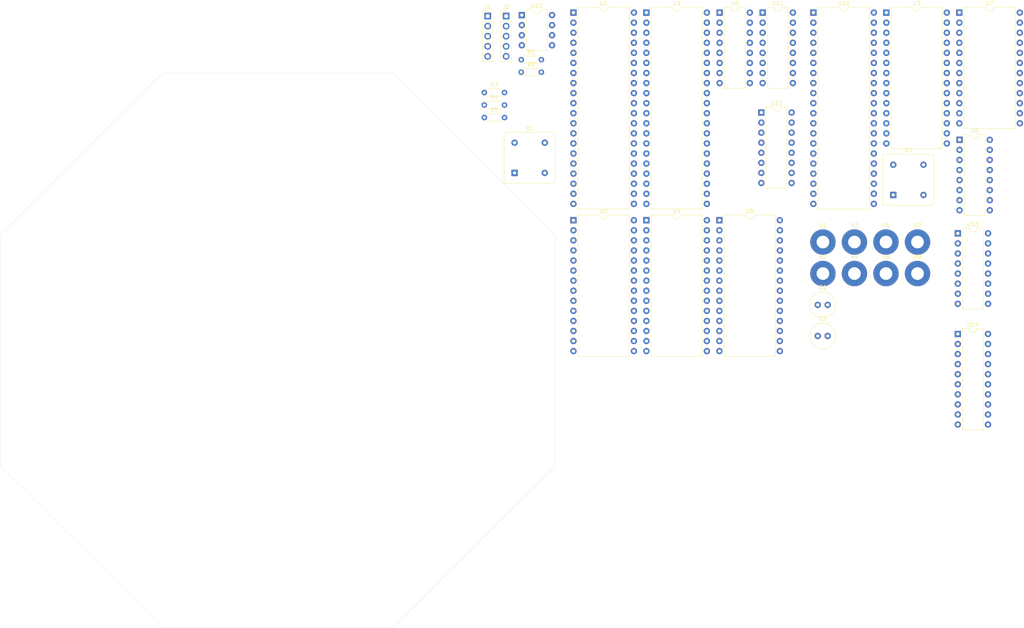
<source format=kicad_pcb>
(kicad_pcb (version 20240108) (generator "pcbnew") (generator_version "8.0")
  (title_block (title "Octuplex 8-bit microcomputer") (date "2024-10-17") (company "John Honniball"))
  (layers (0 "F.Cu" signal) (31 "B.Cu" signal) (34 "B.Paste" user) (35 "F.Paste" user) (36 "B.SilkS" user "B.Silkscreen") (37 "F.SilkS" user "F.Silkscreen") (38 "B.Mask" user) (39 "F.Mask" user) (44 "Edge.Cuts" user))
  (net 0 "")
  (net 1 "GND")
  (net 3 "Net-(J1-Pad4)")
  (net 6 "Net-(U1-~{HALT})")
  (net 7 "Net-(U1-~{DMA{slash}BREQ})")
  (net 8 "/~{RESET}")
  (net 9 "/R{slash}~{W}")
  (net 11 "VCC")
  (net 12 "/~{IRQ}")
  (net 14 "/E")
  (net 21 "/~{FIRQ}")
  (net 23 "Net-(U1-EXTAL)")
  (net 25 "/~{NMI}")
  (net 28 "Net-(U1-MRDY)")
  (net 29 "/Microprocessor/~{TIMERCS}")
  (net 30 "/Microprocessor/~{ROMCS}")
  (net 33 "/~{RD}")
  (net 34 "/~{WR}")
  (net 35 "/Microprocessor/~{IOSEL}")
  (net 78 "Net-(U12-C1)")
  (net 103 "/d1")
  (net 104 "/a3")
  (net 105 "/a7")
  (net 106 "/a13")
  (net 107 "/d4")
  (net 108 "/a11")
  (net 109 "/d6")
  (net 110 "/d3")
  (net 111 "/a15")
  (net 113 "/a2")
  (net 114 "/a8")
  (net 115 "/a12")
  (net 116 "/a9")
  (net 117 "/a14")
  (net 118 "/a6")
  (net 119 "/d5")
  (net 120 "/d0")
  (net 121 "/a0")
  (net 122 "/a5")
  (net 123 "/Microprocessor/~{IRQ}")
  (net 124 "/d2")
  (net 126 "/d7")
  (net 127 "/a4")
  (net 128 "/Microprocessor/~{NMI}")
  (net 129 "/a1")
  (net 130 "/a10")
  (net 134 "Net-(U14-SDA)")
  (net 144 "/GPIO/~{I2CCS}")
  (net 148 "Net-(U14-SCL)")
  (net 158 "Net-(U12-A1)")
  (net 159 "Net-(U12-VO1)")
  (net 160 "/Microprocessor/FIRQ")
  (net 162 "/GPIO/~{MIDICS}")
  (net 163 "/GPIO/~{VIACS}")
  (footprint "Resistor_THT:R_Axial_DIN0204_L3.6mm_D1.6mm_P5.08mm_Horizontal" (layer "F.Cu") (at 148.59 39.42)
    (property "Reference" "R3" (at 2.54 -1.92 0) (layer "F.SilkS"))
    (property "Value" "R")
    (pad "1" thru_hole circle (at 0 0) (size 1.4 1.4) (drill 0.7) (layers "*.Cu" "*.Mask") (net 11 "VCC"))
    (pad "2" thru_hole oval (at 5.08 0) (size 1.4 1.4) (drill 0.7) (layers "*.Cu" "*.Mask") (net 128 "/Microprocessor/~{NMI}"))
  )
  (footprint "Package_DIP:DIP-40_W15.24mm" (layer "F.Cu") (at 171.06 19.24)
    (property "Reference" "U1" (at 7.62 -2.33 0) (layer "F.SilkS"))
    (property "Value" "MC68B09")
    (pad "1" thru_hole rect (at 0 0) (size 1.6 1.6) (drill 0.8) (layers "*.Cu" "*.Mask") (net 1 "GND"))
    (pad "2" thru_hole oval (at 0 2.54) (size 1.6 1.6) (drill 0.8) (layers "*.Cu" "*.Mask") (net 25 "/~{NMI}"))
    (pad "3" thru_hole oval (at 0 5.08) (size 1.6 1.6) (drill 0.8) (layers "*.Cu" "*.Mask") (net 12 "/~{IRQ}"))
    (pad "4" thru_hole oval (at 0 7.62) (size 1.6 1.6) (drill 0.8) (layers "*.Cu" "*.Mask") (net 21 "/~{FIRQ}"))
    (pad "5" thru_hole oval (at 0 10.16) (size 1.6 1.6) (drill 0.8) (layers "*.Cu" "*.Mask"))
    (pad "6" thru_hole oval (at 0 12.7) (size 1.6 1.6) (drill 0.8) (layers "*.Cu" "*.Mask"))
    (pad "7" thru_hole oval (at 0 15.24) (size 1.6 1.6) (drill 0.8) (layers "*.Cu" "*.Mask") (net 11 "VCC"))
    (pad "8" thru_hole oval (at 0 17.78) (size 1.6 1.6) (drill 0.8) (layers "*.Cu" "*.Mask") (net 121 "/a0"))
    (pad "9" thru_hole oval (at 0 20.32) (size 1.6 1.6) (drill 0.8) (layers "*.Cu" "*.Mask") (net 129 "/a1"))
    (pad "10" thru_hole oval (at 0 22.86) (size 1.6 1.6) (drill 0.8) (layers "*.Cu" "*.Mask") (net 113 "/a2"))
    (pad "11" thru_hole oval (at 0 25.4) (size 1.6 1.6) (drill 0.8) (layers "*.Cu" "*.Mask") (net 104 "/a3"))
    (pad "12" thru_hole oval (at 0 27.94) (size 1.6 1.6) (drill 0.8) (layers "*.Cu" "*.Mask") (net 127 "/a4"))
    (pad "13" thru_hole oval (at 0 30.48) (size 1.6 1.6) (drill 0.8) (layers "*.Cu" "*.Mask") (net 122 "/a5"))
    (pad "14" thru_hole oval (at 0 33.02) (size 1.6 1.6) (drill 0.8) (layers "*.Cu" "*.Mask") (net 118 "/a6"))
    (pad "15" thru_hole oval (at 0 35.56) (size 1.6 1.6) (drill 0.8) (layers "*.Cu" "*.Mask") (net 105 "/a7"))
    (pad "16" thru_hole oval (at 0 38.1) (size 1.6 1.6) (drill 0.8) (layers "*.Cu" "*.Mask") (net 114 "/a8"))
    (pad "17" thru_hole oval (at 0 40.64) (size 1.6 1.6) (drill 0.8) (layers "*.Cu" "*.Mask") (net 116 "/a9"))
    (pad "18" thru_hole oval (at 0 43.18) (size 1.6 1.6) (drill 0.8) (layers "*.Cu" "*.Mask") (net 130 "/a10"))
    (pad "19" thru_hole oval (at 0 45.72) (size 1.6 1.6) (drill 0.8) (layers "*.Cu" "*.Mask") (net 108 "/a11"))
    (pad "20" thru_hole oval (at 0 48.26) (size 1.6 1.6) (drill 0.8) (layers "*.Cu" "*.Mask") (net 115 "/a12"))
    (pad "21" thru_hole oval (at 15.24 48.26) (size 1.6 1.6) (drill 0.8) (layers "*.Cu" "*.Mask") (net 106 "/a13"))
    (pad "22" thru_hole oval (at 15.24 45.72) (size 1.6 1.6) (drill 0.8) (layers "*.Cu" "*.Mask") (net 117 "/a14"))
    (pad "23" thru_hole oval (at 15.24 43.18) (size 1.6 1.6) (drill 0.8) (layers "*.Cu" "*.Mask") (net 111 "/a15"))
    (pad "24" thru_hole oval (at 15.24 40.64) (size 1.6 1.6) (drill 0.8) (layers "*.Cu" "*.Mask") (net 126 "/d7"))
    (pad "25" thru_hole oval (at 15.24 38.1) (size 1.6 1.6) (drill 0.8) (layers "*.Cu" "*.Mask") (net 109 "/d6"))
    (pad "26" thru_hole oval (at 15.24 35.56) (size 1.6 1.6) (drill 0.8) (layers "*.Cu" "*.Mask") (net 119 "/d5"))
    (pad "27" thru_hole oval (at 15.24 33.02) (size 1.6 1.6) (drill 0.8) (layers "*.Cu" "*.Mask") (net 107 "/d4"))
    (pad "28" thru_hole oval (at 15.24 30.48) (size 1.6 1.6) (drill 0.8) (layers "*.Cu" "*.Mask") (net 110 "/d3"))
    (pad "29" thru_hole oval (at 15.24 27.94) (size 1.6 1.6) (drill 0.8) (layers "*.Cu" "*.Mask") (net 124 "/d2"))
    (pad "30" thru_hole oval (at 15.24 25.4) (size 1.6 1.6) (drill 0.8) (layers "*.Cu" "*.Mask") (net 103 "/d1"))
    (pad "31" thru_hole oval (at 15.24 22.86) (size 1.6 1.6) (drill 0.8) (layers "*.Cu" "*.Mask") (net 120 "/d0"))
    (pad "32" thru_hole oval (at 15.24 20.32) (size 1.6 1.6) (drill 0.8) (layers "*.Cu" "*.Mask") (net 9 "/R{slash}~{W}"))
    (pad "33" thru_hole oval (at 15.24 17.78) (size 1.6 1.6) (drill 0.8) (layers "*.Cu" "*.Mask") (net 7 "Net-(U1-~{DMA{slash}BREQ})"))
    (pad "34" thru_hole oval (at 15.24 15.24) (size 1.6 1.6) (drill 0.8) (layers "*.Cu" "*.Mask") (net 14 "/E"))
    (pad "35" thru_hole oval (at 15.24 12.7) (size 1.6 1.6) (drill 0.8) (layers "*.Cu" "*.Mask"))
    (pad "36" thru_hole oval (at 15.24 10.16) (size 1.6 1.6) (drill 0.8) (layers "*.Cu" "*.Mask") (net 28 "Net-(U1-MRDY)"))
    (pad "37" thru_hole oval (at 15.24 7.62) (size 1.6 1.6) (drill 0.8) (layers "*.Cu" "*.Mask") (net 8 "/~{RESET}"))
    (pad "38" thru_hole oval (at 15.24 5.08) (size 1.6 1.6) (drill 0.8) (layers "*.Cu" "*.Mask") (net 23 "Net-(U1-EXTAL)"))
    (pad "39" thru_hole oval (at 15.24 2.54) (size 1.6 1.6) (drill 0.8) (layers "*.Cu" "*.Mask"))
    (pad "40" thru_hole oval (at 15.24 0) (size 1.6 1.6) (drill 0.8) (layers "*.Cu" "*.Mask") (net 6 "Net-(U1-~{HALT})"))
  )
  (footprint "Package_DIP:DIP-40_W15.24mm" (layer "F.Cu") (at 231.56 19.24)
    (property "Reference" "U10" (at 7.62 -2.33 0) (layer "F.SilkS"))
    (property "Value" "R6522")
    (pad "1" thru_hole rect (at 0 0) (size 1.6 1.6) (drill 0.8) (layers "*.Cu" "*.Mask") (net 1 "GND"))
    (pad "2" thru_hole oval (at 0 2.54) (size 1.6 1.6) (drill 0.8) (layers "*.Cu" "*.Mask"))
    (pad "3" thru_hole oval (at 0 5.08) (size 1.6 1.6) (drill 0.8) (layers "*.Cu" "*.Mask"))
    (pad "4" thru_hole oval (at 0 7.62) (size 1.6 1.6) (drill 0.8) (layers "*.Cu" "*.Mask"))
    (pad "5" thru_hole oval (at 0 10.16) (size 1.6 1.6) (drill 0.8) (layers "*.Cu" "*.Mask"))
    (pad "6" thru_hole oval (at 0 12.7) (size 1.6 1.6) (drill 0.8) (layers "*.Cu" "*.Mask"))
    (pad "7" thru_hole oval (at 0 15.24) (size 1.6 1.6) (drill 0.8) (layers "*.Cu" "*.Mask"))
    (pad "8" thru_hole oval (at 0 17.78) (size 1.6 1.6) (drill 0.8) (layers "*.Cu" "*.Mask"))
    (pad "9" thru_hole oval (at 0 20.32) (size 1.6 1.6) (drill 0.8) (layers "*.Cu" "*.Mask"))
    (pad "10" thru_hole oval (at 0 22.86) (size 1.6 1.6) (drill 0.8) (layers "*.Cu" "*.Mask"))
    (pad "11" thru_hole oval (at 0 25.4) (size 1.6 1.6) (drill 0.8) (layers "*.Cu" "*.Mask"))
    (pad "12" thru_hole oval (at 0 27.94) (size 1.6 1.6) (drill 0.8) (layers "*.Cu" "*.Mask"))
    (pad "13" thru_hole oval (at 0 30.48) (size 1.6 1.6) (drill 0.8) (layers "*.Cu" "*.Mask"))
    (pad "14" thru_hole oval (at 0 33.02) (size 1.6 1.6) (drill 0.8) (layers "*.Cu" "*.Mask"))
    (pad "15" thru_hole oval (at 0 35.56) (size 1.6 1.6) (drill 0.8) (layers "*.Cu" "*.Mask"))
    (pad "16" thru_hole oval (at 0 38.1) (size 1.6 1.6) (drill 0.8) (layers "*.Cu" "*.Mask"))
    (pad "17" thru_hole oval (at 0 40.64) (size 1.6 1.6) (drill 0.8) (layers "*.Cu" "*.Mask"))
    (pad "18" thru_hole oval (at 0 43.18) (size 1.6 1.6) (drill 0.8) (layers "*.Cu" "*.Mask"))
    (pad "19" thru_hole oval (at 0 45.72) (size 1.6 1.6) (drill 0.8) (layers "*.Cu" "*.Mask"))
    (pad "20" thru_hole oval (at 0 48.26) (size 1.6 1.6) (drill 0.8) (layers "*.Cu" "*.Mask") (net 11 "VCC"))
    (pad "21" thru_hole oval (at 15.24 48.26) (size 1.6 1.6) (drill 0.8) (layers "*.Cu" "*.Mask") (net 12 "/~{IRQ}"))
    (pad "22" thru_hole oval (at 15.24 45.72) (size 1.6 1.6) (drill 0.8) (layers "*.Cu" "*.Mask") (net 9 "/R{slash}~{W}"))
    (pad "23" thru_hole oval (at 15.24 43.18) (size 1.6 1.6) (drill 0.8) (layers "*.Cu" "*.Mask") (net 163 "/GPIO/~{VIACS}"))
    (pad "24" thru_hole oval (at 15.24 40.64) (size 1.6 1.6) (drill 0.8) (layers "*.Cu" "*.Mask") (net 11 "VCC"))
    (pad "25" thru_hole oval (at 15.24 38.1) (size 1.6 1.6) (drill 0.8) (layers "*.Cu" "*.Mask") (net 14 "/E"))
    (pad "26" thru_hole oval (at 15.24 35.56) (size 1.6 1.6) (drill 0.8) (layers "*.Cu" "*.Mask") (net 126 "/d7"))
    (pad "27" thru_hole oval (at 15.24 33.02) (size 1.6 1.6) (drill 0.8) (layers "*.Cu" "*.Mask") (net 109 "/d6"))
    (pad "28" thru_hole oval (at 15.24 30.48) (size 1.6 1.6) (drill 0.8) (layers "*.Cu" "*.Mask") (net 119 "/d5"))
    (pad "29" thru_hole oval (at 15.24 27.94) (size 1.6 1.6) (drill 0.8) (layers "*.Cu" "*.Mask") (net 107 "/d4"))
    (pad "30" thru_hole oval (at 15.24 25.4) (size 1.6 1.6) (drill 0.8) (layers "*.Cu" "*.Mask") (net 110 "/d3"))
    (pad "31" thru_hole oval (at 15.24 22.86) (size 1.6 1.6) (drill 0.8) (layers "*.Cu" "*.Mask") (net 124 "/d2"))
    (pad "32" thru_hole oval (at 15.24 20.32) (size 1.6 1.6) (drill 0.8) (layers "*.Cu" "*.Mask") (net 103 "/d1"))
    (pad "33" thru_hole oval (at 15.24 17.78) (size 1.6 1.6) (drill 0.8) (layers "*.Cu" "*.Mask") (net 120 "/d0"))
    (pad "34" thru_hole oval (at 15.24 15.24) (size 1.6 1.6) (drill 0.8) (layers "*.Cu" "*.Mask") (net 8 "/~{RESET}"))
    (pad "35" thru_hole oval (at 15.24 12.7) (size 1.6 1.6) (drill 0.8) (layers "*.Cu" "*.Mask") (net 104 "/a3"))
    (pad "36" thru_hole oval (at 15.24 10.16) (size 1.6 1.6) (drill 0.8) (layers "*.Cu" "*.Mask") (net 113 "/a2"))
    (pad "37" thru_hole oval (at 15.24 7.62) (size 1.6 1.6) (drill 0.8) (layers "*.Cu" "*.Mask") (net 129 "/a1"))
    (pad "38" thru_hole oval (at 15.24 5.08) (size 1.6 1.6) (drill 0.8) (layers "*.Cu" "*.Mask") (net 121 "/a0"))
    (pad "39" thru_hole oval (at 15.24 2.54) (size 1.6 1.6) (drill 0.8) (layers "*.Cu" "*.Mask"))
    (pad "40" thru_hole oval (at 15.24 0) (size 1.6 1.6) (drill 0.8) (layers "*.Cu" "*.Mask"))
  )
  (footprint "Resistor_THT:R_Axial_DIN0204_L3.6mm_D1.6mm_P5.08mm_Horizontal" (layer "F.Cu") (at 148.59 42.57)
    (property "Reference" "R4" (at 2.54 -1.92 0) (layer "F.SilkS"))
    (property "Value" "R")
    (pad "1" thru_hole circle (at 0 0) (size 1.4 1.4) (drill 0.7) (layers "*.Cu" "*.Mask") (net 11 "VCC"))
    (pad "2" thru_hole oval (at 5.08 0) (size 1.4 1.4) (drill 0.7) (layers "*.Cu" "*.Mask") (net 123 "/Microprocessor/~{IRQ}"))
  )
  (footprint "Package_DIP:DIP-16_W7.62mm" (layer "F.Cu") (at 207.91 19.24)
    (property "Reference" "U6" (at 3.81 -2.33 0) (layer "F.SilkS"))
    (property "Value" "74LS139")
    (pad "1" thru_hole rect (at 0 0) (size 1.6 1.6) (drill 0.8) (layers "*.Cu" "*.Mask") (net 1 "GND"))
    (pad "2" thru_hole oval (at 0 2.54) (size 1.6 1.6) (drill 0.8) (layers "*.Cu" "*.Mask") (net 9 "/R{slash}~{W}"))
    (pad "3" thru_hole oval (at 0 5.08) (size 1.6 1.6) (drill 0.8) (layers "*.Cu" "*.Mask") (net 14 "/E"))
    (pad "4" thru_hole oval (at 0 7.62) (size 1.6 1.6) (drill 0.8) (layers "*.Cu" "*.Mask"))
    (pad "5" thru_hole oval (at 0 10.16) (size 1.6 1.6) (drill 0.8) (layers "*.Cu" "*.Mask"))
    (pad "6" thru_hole oval (at 0 12.7) (size 1.6 1.6) (drill 0.8) (layers "*.Cu" "*.Mask") (net 34 "/~{WR}"))
    (pad "7" thru_hole oval (at 0 15.24) (size 1.6 1.6) (drill 0.8) (layers "*.Cu" "*.Mask") (net 33 "/~{RD}"))
    (pad "8" thru_hole oval (at 0 17.78) (size 1.6 1.6) (drill 0.8) (layers "*.Cu" "*.Mask") (net 1 "GND"))
    (pad "9" thru_hole oval (at 7.62 17.78) (size 1.6 1.6) (drill 0.8) (layers "*.Cu" "*.Mask") (net 30 "/Microprocessor/~{ROMCS}"))
    (pad "10" thru_hole oval (at 7.62 15.24) (size 1.6 1.6) (drill 0.8) (layers "*.Cu" "*.Mask") (net 35 "/Microprocessor/~{IOSEL}"))
    (pad "11" thru_hole oval (at 7.62 12.7) (size 1.6 1.6) (drill 0.8) (layers "*.Cu" "*.Mask"))
    (pad "12" thru_hole oval (at 7.62 10.16) (size 1.6 1.6) (drill 0.8) (layers "*.Cu" "*.Mask"))
    (pad "13" thru_hole oval (at 7.62 7.62) (size 1.6 1.6) (drill 0.8) (layers "*.Cu" "*.Mask") (net 111 "/a15"))
    (pad "14" thru_hole oval (at 7.62 5.08) (size 1.6 1.6) (drill 0.8) (layers "*.Cu" "*.Mask") (net 117 "/a14"))
    (pad "15" thru_hole oval (at 7.62 2.54) (size 1.6 1.6) (drill 0.8) (layers "*.Cu" "*.Mask") (net 1 "GND"))
    (pad "16" thru_hole oval (at 7.62 0) (size 1.6 1.6) (drill 0.8) (layers "*.Cu" "*.Mask") (net 11 "VCC"))
  )
  (footprint "Package_DIP:DIP-8_W7.62mm" (layer "F.Cu") (at 158.04 19.87)
    (property "Reference" "U12" (at 3.81 -2.33 0) (layer "F.SilkS"))
    (property "Value" "HCPL-2631")
    (pad "1" thru_hole rect (at 0 0) (size 1.6 1.6) (drill 0.8) (layers "*.Cu" "*.Mask") (net 158 "Net-(U12-A1)"))
    (pad "2" thru_hole oval (at 0 2.54) (size 1.6 1.6) (drill 0.8) (layers "*.Cu" "*.Mask") (net 78 "Net-(U12-C1)"))
    (pad "3" thru_hole oval (at 0 5.08) (size 1.6 1.6) (drill 0.8) (layers "*.Cu" "*.Mask"))
    (pad "4" thru_hole oval (at 0 7.62) (size 1.6 1.6) (drill 0.8) (layers "*.Cu" "*.Mask"))
    (pad "5" thru_hole oval (at 7.62 7.62) (size 1.6 1.6) (drill 0.8) (layers "*.Cu" "*.Mask") (net 1 "GND"))
    (pad "6" thru_hole oval (at 7.62 5.08) (size 1.6 1.6) (drill 0.8) (layers "*.Cu" "*.Mask"))
    (pad "7" thru_hole oval (at 7.62 2.54) (size 1.6 1.6) (drill 0.8) (layers "*.Cu" "*.Mask") (net 159 "Net-(U12-VO1)"))
    (pad "8" thru_hole oval (at 7.62 0) (size 1.6 1.6) (drill 0.8) (layers "*.Cu" "*.Mask") (net 11 "VCC"))
  )
  (footprint "Package_DIP:DIP-28_W15.24mm" (layer "F.Cu") (at 189.46 71.64)
    (property "Reference" "U4" (at 7.62 -2.33 0) (layer "F.SilkS"))
    (property "Value" "27128")
    (pad "1" thru_hole rect (at 0 0) (size 1.6 1.6) (drill 0.8) (layers "*.Cu" "*.Mask"))
    (pad "2" thru_hole oval (at 0 2.54) (size 1.6 1.6) (drill 0.8) (layers "*.Cu" "*.Mask") (net 115 "/a12"))
    (pad "3" thru_hole oval (at 0 5.08) (size 1.6 1.6) (drill 0.8) (layers "*.Cu" "*.Mask") (net 105 "/a7"))
    (pad "4" thru_hole oval (at 0 7.62) (size 1.6 1.6) (drill 0.8) (layers "*.Cu" "*.Mask") (net 118 "/a6"))
    (pad "5" thru_hole oval (at 0 10.16) (size 1.6 1.6) (drill 0.8) (layers "*.Cu" "*.Mask") (net 122 "/a5"))
    (pad "6" thru_hole oval (at 0 12.7) (size 1.6 1.6) (drill 0.8) (layers "*.Cu" "*.Mask") (net 127 "/a4"))
    (pad "7" thru_hole oval (at 0 15.24) (size 1.6 1.6) (drill 0.8) (layers "*.Cu" "*.Mask") (net 104 "/a3"))
    (pad "8" thru_hole oval (at 0 17.78) (size 1.6 1.6) (drill 0.8) (layers "*.Cu" "*.Mask") (net 113 "/a2"))
    (pad "9" thru_hole oval (at 0 20.32) (size 1.6 1.6) (drill 0.8) (layers "*.Cu" "*.Mask") (net 129 "/a1"))
    (pad "10" thru_hole oval (at 0 22.86) (size 1.6 1.6) (drill 0.8) (layers "*.Cu" "*.Mask") (net 121 "/a0"))
    (pad "11" thru_hole oval (at 0 25.4) (size 1.6 1.6) (drill 0.8) (layers "*.Cu" "*.Mask") (net 120 "/d0"))
    (pad "12" thru_hole oval (at 0 27.94) (size 1.6 1.6) (drill 0.8) (layers "*.Cu" "*.Mask") (net 103 "/d1"))
    (pad "13" thru_hole oval (at 0 30.48) (size 1.6 1.6) (drill 0.8) (layers "*.Cu" "*.Mask") (net 124 "/d2"))
    (pad "14" thru_hole oval (at 0 33.02) (size 1.6 1.6) (drill 0.8) (layers "*.Cu" "*.Mask") (net 1 "GND"))
    (pad "15" thru_hole oval (at 15.24 33.02) (size 1.6 1.6) (drill 0.8) (layers "*.Cu" "*.Mask") (net 110 "/d3"))
    (pad "16" thru_hole oval (at 15.24 30.48) (size 1.6 1.6) (drill 0.8) (layers "*.Cu" "*.Mask") (net 107 "/d4"))
    (pad "17" thru_hole oval (at 15.24 27.94) (size 1.6 1.6) (drill 0.8) (layers "*.Cu" "*.Mask") (net 119 "/d5"))
    (pad "18" thru_hole oval (at 15.24 25.4) (size 1.6 1.6) (drill 0.8) (layers "*.Cu" "*.Mask") (net 109 "/d6"))
    (pad "19" thru_hole oval (at 15.24 22.86) (size 1.6 1.6) (drill 0.8) (layers "*.Cu" "*.Mask") (net 126 "/d7"))
    (pad "20" thru_hole oval (at 15.24 20.32) (size 1.6 1.6) (drill 0.8) (layers "*.Cu" "*.Mask") (net 30 "/Microprocessor/~{ROMCS}"))
    (pad "21" thru_hole oval (at 15.24 17.78) (size 1.6 1.6) (drill 0.8) (layers "*.Cu" "*.Mask") (net 130 "/a10"))
    (pad "22" thru_hole oval (at 15.24 15.24) (size 1.6 1.6) (drill 0.8) (layers "*.Cu" "*.Mask") (net 33 "/~{RD}"))
    (pad "23" thru_hole oval (at 15.24 12.7) (size 1.6 1.6) (drill 0.8) (layers "*.Cu" "*.Mask") (net 108 "/a11"))
    (pad "24" thru_hole oval (at 15.24 10.16) (size 1.6 1.6) (drill 0.8) (layers "*.Cu" "*.Mask") (net 116 "/a9"))
    (pad "25" thru_hole oval (at 15.24 7.62) (size 1.6 1.6) (drill 0.8) (layers "*.Cu" "*.Mask") (net 114 "/a8"))
    (pad "26" thru_hole oval (at 15.24 5.08) (size 1.6 1.6) (drill 0.8) (layers "*.Cu" "*.Mask") (net 106 "/a13"))
    (pad "27" thru_hole oval (at 15.24 2.54) (size 1.6 1.6) (drill 0.8) (layers "*.Cu" "*.Mask"))
    (pad "28" thru_hole oval (at 15.24 0) (size 1.6 1.6) (drill 0.8) (layers "*.Cu" "*.Mask") (net 11 "VCC"))
  )
  (footprint "MountingHole:MountingHole_3.2mm_M3_Pad" (layer "F.Cu") (at 233.96 85.09)
    (property "Reference" "H2" (at 0 -4.2 0) (layer "F.SilkS"))
    (property "Value" "MountingHole_Pad")
    (pad "1" thru_hole circle (at 0 0) (size 6.4 6.4) (drill 3.2) (layers "*.Cu" "*.Mask") (net 1 "GND"))
  )
  (footprint "MountingHole:MountingHole_3.2mm_M3_Pad" (layer "F.Cu") (at 233.96 77.14)
    (property "Reference" "H1" (at 0 -4.2 0) (layer "F.SilkS"))
    (property "Value" "MountingHole_Pad")
    (pad "1" thru_hole circle (at 0 0) (size 6.4 6.4) (drill 3.2) (layers "*.Cu" "*.Mask") (net 1 "GND"))
  )
  (footprint "MountingHole:MountingHole_3.2mm_M3_Pad" (layer "F.Cu") (at 257.81 77.14)
    (property "Reference" "H7" (at 0 -4.2 0) (layer "F.SilkS"))
    (property "Value" "MountingHole_Pad")
    (pad "1" thru_hole circle (at 0 0) (size 6.4 6.4) (drill 3.2) (layers "*.Cu" "*.Mask") (net 1 "GND"))
  )
  (footprint "Resistor_THT:R_Axial_DIN0204_L3.6mm_D1.6mm_P5.08mm_Horizontal" (layer "F.Cu") (at 157.89 34.27)
    (property "Reference" "R2" (at 2.54 -1.92 0) (layer "F.SilkS"))
    (property "Value" "280")
    (pad "1" thru_hole circle (at 0 0) (size 1.4 1.4) (drill 0.7) (layers "*.Cu" "*.Mask") (net 11 "VCC"))
    (pad "2" thru_hole oval (at 5.08 0) (size 1.4 1.4) (drill 0.7) (layers "*.Cu" "*.Mask") (net 159 "Net-(U12-VO1)"))
  )
  (footprint "MountingHole:MountingHole_3.2mm_M3_Pad" (layer "F.Cu") (at 249.86 77.14)
    (property "Reference" "H5" (at 0 -4.2 0) (layer "F.SilkS"))
    (property "Value" "MountingHole_Pad")
    (pad "1" thru_hole circle (at 0 0) (size 6.4 6.4) (drill 3.2) (layers "*.Cu" "*.Mask") (net 1 "GND"))
  )
  (footprint "Connector_PinHeader_2.54mm:PinHeader_1x05_P2.54mm_Vertical" (layer "F.Cu") (at 149.44 20.12)
    (property "Reference" "J1" (at 0 -2.33 0) (layer "F.SilkS"))
    (property "Value" "DIN-5_180degree")
    (pad "1" thru_hole rect (at 0 0) (size 1.7 1.7) (drill 1) (layers "*.Cu" "*.Mask"))
    (pad "2" thru_hole oval (at 0 2.54) (size 1.7 1.7) (drill 1) (layers "*.Cu" "*.Mask") (net 1 "GND"))
    (pad "3" thru_hole oval (at 0 5.08) (size 1.7 1.7) (drill 1) (layers "*.Cu" "*.Mask"))
    (pad "4" thru_hole oval (at 0 7.62) (size 1.7 1.7) (drill 1) (layers "*.Cu" "*.Mask") (net 3 "Net-(J1-Pad4)"))
    (pad "5" thru_hole oval (at 0 10.16) (size 1.7 1.7) (drill 1) (layers "*.Cu" "*.Mask") (net 78 "Net-(U12-C1)"))
  )
  (footprint "Connector_PinHeader_2.54mm:PinHeader_1x05_P2.54mm_Vertical" (layer "F.Cu") (at 154.09 20.12)
    (property "Reference" "J2" (at 0 -2.33 0) (layer "F.SilkS"))
    (property "Value" "DIN-5_180degree")
    (pad "1" thru_hole rect (at 0 0) (size 1.7 1.7) (drill 1) (layers "*.Cu" "*.Mask"))
    (pad "2" thru_hole oval (at 0 2.54) (size 1.7 1.7) (drill 1) (layers "*.Cu" "*.Mask"))
    (pad "3" thru_hole oval (at 0 5.08) (size 1.7 1.7) (drill 1) (layers "*.Cu" "*.Mask"))
    (pad "4" thru_hole oval (at 0 7.62) (size 1.7 1.7) (drill 1) (layers "*.Cu" "*.Mask"))
    (pad "5" thru_hole oval (at 0 10.16) (size 1.7 1.7) (drill 1) (layers "*.Cu" "*.Mask"))
  )
  (footprint "Package_DIP:DIP-16_W7.62mm" (layer "F.Cu") (at 218.76 19.24)
    (property "Reference" "U11" (at 3.81 -2.33 0) (layer "F.SilkS"))
    (property "Value" "74LS138")
    (pad "1" thru_hole rect (at 0 0) (size 1.6 1.6) (drill 0.8) (layers "*.Cu" "*.Mask") (net 9 "/R{slash}~{W}"))
    (pad "2" thru_hole oval (at 0 2.54) (size 1.6 1.6) (drill 0.8) (layers "*.Cu" "*.Mask") (net 108 "/a11"))
    (pad "3" thru_hole oval (at 0 5.08) (size 1.6 1.6) (drill 0.8) (layers "*.Cu" "*.Mask") (net 115 "/a12"))
    (pad "4" thru_hole oval (at 0 7.62) (size 1.6 1.6) (drill 0.8) (layers "*.Cu" "*.Mask") (net 35 "/Microprocessor/~{IOSEL}"))
    (pad "5" thru_hole oval (at 0 10.16) (size 1.6 1.6) (drill 0.8) (layers "*.Cu" "*.Mask") (net 106 "/a13"))
    (pad "6" thru_hole oval (at 0 12.7) (size 1.6 1.6) (drill 0.8) (layers "*.Cu" "*.Mask") (net 14 "/E"))
    (pad "7" thru_hole oval (at 0 15.24) (size 1.6 1.6) (drill 0.8) (layers "*.Cu" "*.Mask"))
    (pad "8" thru_hole oval (at 0 17.78) (size 1.6 1.6) (drill 0.8) (layers "*.Cu" "*.Mask") (net 1 "GND"))
    (pad "9" thru_hole oval (at 7.62 17.78) (size 1.6 1.6) (drill 0.8) (layers "*.Cu" "*.Mask"))
    (pad "10" thru_hole oval (at 7.62 15.24) (size 1.6 1.6) (drill 0.8) (layers "*.Cu" "*.Mask"))
    (pad "11" thru_hole oval (at 7.62 12.7) (size 1.6 1.6) (drill 0.8) (layers "*.Cu" "*.Mask"))
    (pad "12" thru_hole oval (at 7.62 10.16) (size 1.6 1.6) (drill 0.8) (layers "*.Cu" "*.Mask"))
    (pad "13" thru_hole oval (at 7.62 7.62) (size 1.6 1.6) (drill 0.8) (layers "*.Cu" "*.Mask"))
    (pad "14" thru_hole oval (at 7.62 5.08) (size 1.6 1.6) (drill 0.8) (layers "*.Cu" "*.Mask"))
    (pad "15" thru_hole oval (at 7.62 2.54) (size 1.6 1.6) (drill 0.8) (layers "*.Cu" "*.Mask"))
    (pad "16" thru_hole oval (at 7.62 0) (size 1.6 1.6) (drill 0.8) (layers "*.Cu" "*.Mask") (net 11 "VCC"))
  )
  (footprint "Package_DIP:DIP-24_W15.24mm" (layer "F.Cu") (at 268.36 19.24)
    (property "Reference" "U7" (at 7.62 -2.33 0) (layer "F.SilkS"))
    (property "Value" "MC68B50")
    (pad "1" thru_hole rect (at 0 0) (size 1.6 1.6) (drill 0.8) (layers "*.Cu" "*.Mask") (net 1 "GND"))
    (pad "2" thru_hole oval (at 0 2.54) (size 1.6 1.6) (drill 0.8) (layers "*.Cu" "*.Mask") (net 159 "Net-(U12-VO1)"))
    (pad "3" thru_hole oval (at 0 5.08) (size 1.6 1.6) (drill 0.8) (layers "*.Cu" "*.Mask"))
    (pad "4" thru_hole oval (at 0 7.62) (size 1.6 1.6) (drill 0.8) (layers "*.Cu" "*.Mask"))
    (pad "5" thru_hole oval (at 0 10.16) (size 1.6 1.6) (drill 0.8) (layers "*.Cu" "*.Mask"))
    (pad "6" thru_hole oval (at 0 12.7) (size 1.6 1.6) (drill 0.8) (layers "*.Cu" "*.Mask"))
    (pad "7" thru_hole oval (at 0 15.24) (size 1.6 1.6) (drill 0.8) (layers "*.Cu" "*.Mask") (net 12 "/~{IRQ}"))
    (pad "8" thru_hole oval (at 0 17.78) (size 1.6 1.6) (drill 0.8) (layers "*.Cu" "*.Mask") (net 11 "VCC"))
    (pad "9" thru_hole oval (at 0 20.32) (size 1.6 1.6) (drill 0.8) (layers "*.Cu" "*.Mask") (net 162 "/GPIO/~{MIDICS}"))
    (pad "10" thru_hole oval (at 0 22.86) (size 1.6 1.6) (drill 0.8) (layers "*.Cu" "*.Mask") (net 11 "VCC"))
    (pad "11" thru_hole oval (at 0 25.4) (size 1.6 1.6) (drill 0.8) (layers "*.Cu" "*.Mask") (net 121 "/a0"))
    (pad "12" thru_hole oval (at 0 27.94) (size 1.6 1.6) (drill 0.8) (layers "*.Cu" "*.Mask") (net 11 "VCC"))
    (pad "13" thru_hole oval (at 15.24 27.94) (size 1.6 1.6) (drill 0.8) (layers "*.Cu" "*.Mask") (net 9 "/R{slash}~{W}"))
    (pad "14" thru_hole oval (at 15.24 25.4) (size 1.6 1.6) (drill 0.8) (layers "*.Cu" "*.Mask") (net 14 "/E"))
    (pad "15" thru_hole oval (at 15.24 22.86) (size 1.6 1.6) (drill 0.8) (layers "*.Cu" "*.Mask") (net 126 "/d7"))
    (pad "16" thru_hole oval (at 15.24 20.32) (size 1.6 1.6) (drill 0.8) (layers "*.Cu" "*.Mask") (net 109 "/d6"))
    (pad "17" thru_hole oval (at 15.24 17.78) (size 1.6 1.6) (drill 0.8) (layers "*.Cu" "*.Mask") (net 119 "/d5"))
    (pad "18" thru_hole oval (at 15.24 15.24) (size 1.6 1.6) (drill 0.8) (layers "*.Cu" "*.Mask") (net 107 "/d4"))
    (pad "19" thru_hole oval (at 15.24 12.7) (size 1.6 1.6) (drill 0.8) (layers "*.Cu" "*.Mask") (net 110 "/d3"))
    (pad "20" thru_hole oval (at 15.24 10.16) (size 1.6 1.6) (drill 0.8) (layers "*.Cu" "*.Mask") (net 124 "/d2"))
    (pad "21" thru_hole oval (at 15.24 7.62) (size 1.6 1.6) (drill 0.8) (layers "*.Cu" "*.Mask") (net 103 "/d1"))
    (pad "22" thru_hole oval (at 15.24 5.08) (size 1.6 1.6) (drill 0.8) (layers "*.Cu" "*.Mask") (net 120 "/d0"))
    (pad "23" thru_hole oval (at 15.24 2.54) (size 1.6 1.6) (drill 0.8) (layers "*.Cu" "*.Mask"))
    (pad "24" thru_hole oval (at 15.24 0) (size 1.6 1.6) (drill 0.8) (layers "*.Cu" "*.Mask"))
  )
  (footprint "Package_DIP:DIP-28_W15.24mm" (layer "F.Cu") (at 249.96 19.24)
    (property "Reference" "U3" (at 7.62 -2.33 0) (layer "F.SilkS"))
    (property "Value" "MXS6551")
    (pad "1" thru_hole rect (at 0 0) (size 1.6 1.6) (drill 0.8) (layers "*.Cu" "*.Mask") (net 1 "GND"))
    (pad "2" thru_hole oval (at 0 2.54) (size 1.6 1.6) (drill 0.8) (layers "*.Cu" "*.Mask"))
    (pad "3" thru_hole oval (at 0 5.08) (size 1.6 1.6) (drill 0.8) (layers "*.Cu" "*.Mask"))
    (pad "4" thru_hole oval (at 0 7.62) (size 1.6 1.6) (drill 0.8) (layers "*.Cu" "*.Mask") (net 8 "/~{RESET}"))
    (pad "5" thru_hole oval (at 0 10.16) (size 1.6 1.6) (drill 0.8) (layers "*.Cu" "*.Mask"))
    (pad "6" thru_hole oval (at 0 12.7) (size 1.6 1.6) (drill 0.8) (layers "*.Cu" "*.Mask"))
    (pad "7" thru_hole oval (at 0 15.24) (size 1.6 1.6) (drill 0.8) (layers "*.Cu" "*.Mask"))
    (pad "8" thru_hole oval (at 0 17.78) (size 1.6 1.6) (drill 0.8) (layers "*.Cu" "*.Mask"))
    (pad "9" thru_hole oval (at 0 20.32) (size 1.6 1.6) (drill 0.8) (layers "*.Cu" "*.Mask"))
    (pad "10" thru_hole oval (at 0 22.86) (size 1.6 1.6) (drill 0.8) (layers "*.Cu" "*.Mask"))
    (pad "11" thru_hole oval (at 0 25.4) (size 1.6 1.6) (drill 0.8) (layers "*.Cu" "*.Mask"))
    (pad "12" thru_hole oval (at 0 27.94) (size 1.6 1.6) (drill 0.8) (layers "*.Cu" "*.Mask"))
    (pad "13" thru_hole oval (at 0 30.48) (size 1.6 1.6) (drill 0.8) (layers "*.Cu" "*.Mask") (net 121 "/a0"))
    (pad "14" thru_hole oval (at 0 33.02) (size 1.6 1.6) (drill 0.8) (layers "*.Cu" "*.Mask") (net 129 "/a1"))
    (pad "15" thru_hole oval (at 15.24 33.02) (size 1.6 1.6) (drill 0.8) (layers "*.Cu" "*.Mask") (net 11 "VCC"))
    (pad "16" thru_hole oval (at 15.24 30.48) (size 1.6 1.6) (drill 0.8) (layers "*.Cu" "*.Mask"))
    (pad "17" thru_hole oval (at 15.24 27.94) (size 1.6 1.6) (drill 0.8) (layers "*.Cu" "*.Mask"))
    (pad "18" thru_hole oval (at 15.24 25.4) (size 1.6 1.6) (drill 0.8) (layers "*.Cu" "*.Mask") (net 120 "/d0"))
    (pad "19" thru_hole oval (at 15.24 22.86) (size 1.6 1.6) (drill 0.8) (layers "*.Cu" "*.Mask") (net 103 "/d1"))
    (pad "20" thru_hole oval (at 15.24 20.32) (size 1.6 1.6) (drill 0.8) (layers "*.Cu" "*.Mask") (net 124 "/d2"))
    (pad "21" thru_hole oval (at 15.24 17.78) (size 1.6 1.6) (drill 0.8) (layers "*.Cu" "*.Mask") (net 110 "/d3"))
    (pad "22" thru_hole oval (at 15.24 15.24) (size 1.6 1.6) (drill 0.8) (layers "*.Cu" "*.Mask") (net 107 "/d4"))
    (pad "23" thru_hole oval (at 15.24 12.7) (size 1.6 1.6) (drill 0.8) (layers "*.Cu" "*.Mask") (net 119 "/d5"))
    (pad "24" thru_hole oval (at 15.24 10.16) (size 1.6 1.6) (drill 0.8) (layers "*.Cu" "*.Mask") (net 109 "/d6"))
    (pad "25" thru_hole oval (at 15.24 7.62) (size 1.6 1.6) (drill 0.8) (layers "*.Cu" "*.Mask") (net 126 "/d7"))
    (pad "26" thru_hole oval (at 15.24 5.08) (size 1.6 1.6) (drill 0.8) (layers "*.Cu" "*.Mask") (net 12 "/~{IRQ}"))
    (pad "27" thru_hole oval (at 15.24 2.54) (size 1.6 1.6) (drill 0.8) (layers "*.Cu" "*.Mask") (net 14 "/E"))
    (pad "28" thru_hole oval (at 15.24 0) (size 1.6 1.6) (drill 0.8) (layers "*.Cu" "*.Mask") (net 9 "/R{slash}~{W}"))
  )
  (footprint "Package_DIP:DIP-28_W15.24mm" (layer "F.Cu") (at 207.86 71.64)
    (property "Reference" "U5" (at 7.62 -2.33 0) (layer "F.SilkS"))
    (property "Value" "HM62256BLP")
    (pad "1" thru_hole rect (at 0 0) (size 1.6 1.6) (drill 0.8) (layers "*.Cu" "*.Mask") (net 117 "/a14"))
    (pad "2" thru_hole oval (at 0 2.54) (size 1.6 1.6) (drill 0.8) (layers "*.Cu" "*.Mask") (net 115 "/a12"))
    (pad "3" thru_hole oval (at 0 5.08) (size 1.6 1.6) (drill 0.8) (layers "*.Cu" "*.Mask") (net 105 "/a7"))
    (pad "4" thru_hole oval (at 0 7.62) (size 1.6 1.6) (drill 0.8) (layers "*.Cu" "*.Mask") (net 118 "/a6"))
    (pad "5" thru_hole oval (at 0 10.16) (size 1.6 1.6) (drill 0.8) (layers "*.Cu" "*.Mask") (net 122 "/a5"))
    (pad "6" thru_hole oval (at 0 12.7) (size 1.6 1.6) (drill 0.8) (layers "*.Cu" "*.Mask") (net 127 "/a4"))
    (pad "7" thru_hole oval (at 0 15.24) (size 1.6 1.6) (drill 0.8) (layers "*.Cu" "*.Mask") (net 104 "/a3"))
    (pad "8" thru_hole oval (at 0 17.78) (size 1.6 1.6) (drill 0.8) (layers "*.Cu" "*.Mask") (net 113 "/a2"))
    (pad "9" thru_hole oval (at 0 20.32) (size 1.6 1.6) (drill 0.8) (layers "*.Cu" "*.Mask") (net 129 "/a1"))
    (pad "10" thru_hole oval (at 0 22.86) (size 1.6 1.6) (drill 0.8) (layers "*.Cu" "*.Mask") (net 121 "/a0"))
    (pad "11" thru_hole oval (at 0 25.4) (size 1.6 1.6) (drill 0.8) (layers "*.Cu" "*.Mask") (net 120 "/d0"))
    (pad "12" thru_hole oval (at 0 27.94) (size 1.6 1.6) (drill 0.8) (layers "*.Cu" "*.Mask") (net 103 "/d1"))
    (pad "13" thru_hole oval (at 0 30.48) (size 1.6 1.6) (drill 0.8) (layers "*.Cu" "*.Mask") (net 124 "/d2"))
    (pad "14" thru_hole oval (at 0 33.02) (size 1.6 1.6) (drill 0.8) (layers "*.Cu" "*.Mask") (net 1 "GND"))
    (pad "15" thru_hole oval (at 15.24 33.02) (size 1.6 1.6) (drill 0.8) (layers "*.Cu" "*.Mask") (net 110 "/d3"))
    (pad "16" thru_hole oval (at 15.24 30.48) (size 1.6 1.6) (drill 0.8) (layers "*.Cu" "*.Mask") (net 107 "/d4"))
    (pad "17" thru_hole oval (at 15.24 27.94) (size 1.6 1.6) (drill 0.8) (layers "*.Cu" "*.Mask") (net 119 "/d5"))
    (pad "18" thru_hole oval (at 15.24 25.4) (size 1.6 1.6) (drill 0.8) (layers "*.Cu" "*.Mask") (net 109 "/d6"))
    (pad "19" thru_hole oval (at 15.24 22.86) (size 1.6 1.6) (drill 0.8) (layers "*.Cu" "*.Mask") (net 126 "/d7"))
    (pad "20" thru_hole oval (at 15.24 20.32) (size 1.6 1.6) (drill 0.8) (layers "*.Cu" "*.Mask") (net 111 "/a15"))
    (pad "21" thru_hole oval (at 15.24 17.78) (size 1.6 1.6) (drill 0.8) (layers "*.Cu" "*.Mask") (net 130 "/a10"))
    (pad "22" thru_hole oval (at 15.24 15.24) (size 1.6 1.6) (drill 0.8) (layers "*.Cu" "*.Mask") (net 33 "/~{RD}"))
    (pad "23" thru_hole oval (at 15.24 12.7) (size 1.6 1.6) (drill 0.8) (layers "*.Cu" "*.Mask") (net 108 "/a11"))
    (pad "24" thru_hole oval (at 15.24 10.16) (size 1.6 1.6) (drill 0.8) (layers "*.Cu" "*.Mask") (net 116 "/a9"))
    (pad "25" thru_hole oval (at 15.24 7.62) (size 1.6 1.6) (drill 0.8) (layers "*.Cu" "*.Mask") (net 114 "/a8"))
    (pad "26" thru_hole oval (at 15.24 5.08) (size 1.6 1.6) (drill 0.8) (layers "*.Cu" "*.Mask") (net 106 "/a13"))
    (pad "27" thru_hole oval (at 15.24 2.54) (size 1.6 1.6) (drill 0.8) (layers "*.Cu" "*.Mask") (net 34 "/~{WR}"))
    (pad "28" thru_hole oval (at 15.24 0) (size 1.6 1.6) (drill 0.8) (layers "*.Cu" "*.Mask") (net 11 "VCC"))
  )
  (footprint "Package_DIP:DIP-16_W7.62mm" (layer "F.Cu") (at 268.41 51.34)
    (property "Reference" "U8" (at 3.81 -2.33 0) (layer "F.SilkS"))
    (property "Value" "74LS259")
    (pad "1" thru_hole rect (at 0 0) (size 1.6 1.6) (drill 0.8) (layers "*.Cu" "*.Mask") (net 121 "/a0"))
    (pad "2" thru_hole oval (at 0 2.54) (size 1.6 1.6) (drill 0.8) (layers "*.Cu" "*.Mask") (net 129 "/a1"))
    (pad "3" thru_hole oval (at 0 5.08) (size 1.6 1.6) (drill 0.8) (layers "*.Cu" "*.Mask") (net 113 "/a2"))
    (pad "4" thru_hole oval (at 0 7.62) (size 1.6 1.6) (drill 0.8) (layers "*.Cu" "*.Mask"))
    (pad "5" thru_hole oval (at 0 10.16) (size 1.6 1.6) (drill 0.8) (layers "*.Cu" "*.Mask"))
    (pad "6" thru_hole oval (at 0 12.7) (size 1.6 1.6) (drill 0.8) (layers "*.Cu" "*.Mask"))
    (pad "7" thru_hole oval (at 0 15.24) (size 1.6 1.6) (drill 0.8) (layers "*.Cu" "*.Mask"))
    (pad "8" thru_hole oval (at 0 17.78) (size 1.6 1.6) (drill 0.8) (layers "*.Cu" "*.Mask") (net 1 "GND"))
    (pad "9" thru_hole oval (at 7.62 17.78) (size 1.6 1.6) (drill 0.8) (layers "*.Cu" "*.Mask"))
    (pad "10" thru_hole oval (at 7.62 15.24) (size 1.6 1.6) (drill 0.8) (layers "*.Cu" "*.Mask"))
    (pad "11" thru_hole oval (at 7.62 12.7) (size 1.6 1.6) (drill 0.8) (layers "*.Cu" "*.Mask"))
    (pad "12" thru_hole oval (at 7.62 10.16) (size 1.6 1.6) (drill 0.8) (layers "*.Cu" "*.Mask"))
    (pad "13" thru_hole oval (at 7.62 7.62) (size 1.6 1.6) (drill 0.8) (layers "*.Cu" "*.Mask"))
    (pad "14" thru_hole oval (at 7.62 5.08) (size 1.6 1.6) (drill 0.8) (layers "*.Cu" "*.Mask") (net 34 "/~{WR}"))
    (pad "15" thru_hole oval (at 7.62 2.54) (size 1.6 1.6) (drill 0.8) (layers "*.Cu" "*.Mask") (net 8 "/~{RESET}"))
    (pad "16" thru_hole oval (at 7.62 0) (size 1.6 1.6) (drill 0.8) (layers "*.Cu" "*.Mask") (net 11 "VCC"))
  )
  (footprint "Package_DIP:DIP-16_W7.62mm" (layer "F.Cu") (at 218.44 44.45)
    (property "Reference" "U15" (at 3.81 -2.33 0) (layer "F.SilkS"))
    (property "Value" "74LS138")
    (pad "1" thru_hole rect (at 0 0) (size 1.6 1.6) (drill 0.8) (layers "*.Cu" "*.Mask") (net 130 "/a10"))
    (pad "2" thru_hole oval (at 0 2.54) (size 1.6 1.6) (drill 0.8) (layers "*.Cu" "*.Mask") (net 108 "/a11"))
    (pad "3" thru_hole oval (at 0 5.08) (size 1.6 1.6) (drill 0.8) (layers "*.Cu" "*.Mask") (net 115 "/a12"))
    (pad "4" thru_hole oval (at 0 7.62) (size 1.6 1.6) (drill 0.8) (layers "*.Cu" "*.Mask") (net 35 "/Microprocessor/~{IOSEL}"))
    (pad "5" thru_hole oval (at 0 10.16) (size 1.6 1.6) (drill 0.8) (layers "*.Cu" "*.Mask") (net 1 "GND"))
    (pad "6" thru_hole oval (at 0 12.7) (size 1.6 1.6) (drill 0.8) (layers "*.Cu" "*.Mask") (net 106 "/a13"))
    (pad "7" thru_hole oval (at 0 15.24) (size 1.6 1.6) (drill 0.8) (layers "*.Cu" "*.Mask"))
    (pad "8" thru_hole oval (at 0 17.78) (size 1.6 1.6) (drill 0.8) (layers "*.Cu" "*.Mask") (net 1 "GND"))
    (pad "9" thru_hole oval (at 7.62 17.78) (size 1.6 1.6) (drill 0.8) (layers "*.Cu" "*.Mask"))
    (pad "10" thru_hole oval (at 7.62 15.24) (size 1.6 1.6) (drill 0.8) (layers "*.Cu" "*.Mask"))
    (pad "11" thru_hole oval (at 7.62 12.7) (size 1.6 1.6) (drill 0.8) (layers "*.Cu" "*.Mask"))
    (pad "12" thru_hole oval (at 7.62 10.16) (size 1.6 1.6) (drill 0.8) (layers "*.Cu" "*.Mask"))
    (pad "13" thru_hole oval (at 7.62 7.62) (size 1.6 1.6) (drill 0.8) (layers "*.Cu" "*.Mask"))
    (pad "14" thru_hole oval (at 7.62 5.08) (size 1.6 1.6) (drill 0.8) (layers "*.Cu" "*.Mask"))
    (pad "15" thru_hole oval (at 7.62 2.54) (size 1.6 1.6) (drill 0.8) (layers "*.Cu" "*.Mask") (net 29 "/Microprocessor/~{TIMERCS}"))
    (pad "16" thru_hole oval (at 7.62 0) (size 1.6 1.6) (drill 0.8) (layers "*.Cu" "*.Mask") (net 11 "VCC"))
  )
  (footprint "Capacitor_THT:C_Radial_D6.3mm_H5.0mm_P2.50mm" (layer "F.Cu") (at 232.66 92.99)
    (property "Reference" "C1" (at 1.25 -4.4 0) (layer "F.SilkS"))
    (property "Value" "0.1uF")
    (pad "1" thru_hole circle (at 0 0) (size 1.6 1.6) (drill 0.8) (layers "*.Cu" "*.Mask") (net 11 "VCC"))
    (pad "2" thru_hole circle (at 2.5 0) (size 1.6 1.6) (drill 0.8) (layers "*.Cu" "*.Mask") (net 1 "GND"))
  )
  (footprint "MountingHole:MountingHole_3.2mm_M3_Pad" (layer "F.Cu") (at 241.91 85.09)
    (property "Reference" "H4" (at 0 -4.2 0) (layer "F.SilkS"))
    (property "Value" "MountingHole_Pad")
    (pad "1" thru_hole circle (at 0 0) (size 6.4 6.4) (drill 3.2) (layers "*.Cu" "*.Mask") (net 1 "GND"))
  )
  (footprint "Package_DIP:DIP-20_W7.62mm" (layer "F.Cu") (at 267.97 100.33)
    (property "Reference" "U14" (at 3.81 -2.33 0) (layer "F.SilkS"))
    (property "Value" "PCF8584")
    (pad "1" thru_hole rect (at 0 0) (size 1.6 1.6) (drill 0.8) (layers "*.Cu" "*.Mask"))
    (pad "2" thru_hole oval (at 0 2.54) (size 1.6 1.6) (drill 0.8) (layers "*.Cu" "*.Mask") (net 134 "Net-(U14-SDA)"))
    (pad "3" thru_hole oval (at 0 5.08) (size 1.6 1.6) (drill 0.8) (layers "*.Cu" "*.Mask") (net 148 "Net-(U14-SCL)"))
    (pad "4" thru_hole oval (at 0 7.62) (size 1.6 1.6) (drill 0.8) (layers "*.Cu" "*.Mask"))
    (pad "5" thru_hole oval (at 0 10.16) (size 1.6 1.6) (drill 0.8) (layers "*.Cu" "*.Mask") (net 12 "/~{IRQ}"))
    (pad "6" thru_hole oval (at 0 12.7) (size 1.6 1.6) (drill 0.8) (layers "*.Cu" "*.Mask") (net 121 "/a0"))
    (pad "7" thru_hole oval (at 0 15.24) (size 1.6 1.6) (drill 0.8) (layers "*.Cu" "*.Mask") (net 120 "/d0"))
    (pad "8" thru_hole oval (at 0 17.78) (size 1.6 1.6) (drill 0.8) (layers "*.Cu" "*.Mask") (net 103 "/d1"))
    (pad "9" thru_hole oval (at 0 20.32) (size 1.6 1.6) (drill 0.8) (layers "*.Cu" "*.Mask") (net 124 "/d2"))
    (pad "10" thru_hole oval (at 0 22.86) (size 1.6 1.6) (drill 0.8) (layers "*.Cu" "*.Mask") (net 1 "GND"))
    (pad "11" thru_hole oval (at 7.62 22.86) (size 1.6 1.6) (drill 0.8) (layers "*.Cu" "*.Mask") (net 110 "/d3"))
    (pad "12" thru_hole oval (at 7.62 20.32) (size 1.6 1.6) (drill 0.8) (layers "*.Cu" "*.Mask") (net 107 "/d4"))
    (pad "13" thru_hole oval (at 7.62 17.78) (size 1.6 1.6) (drill 0.8) (layers "*.Cu" "*.Mask") (net 119 "/d5"))
    (pad "14" thru_hole oval (at 7.62 15.24) (size 1.6 1.6) (drill 0.8) (layers "*.Cu" "*.Mask") (net 109 "/d6"))
    (pad "15" thru_hole oval (at 7.62 12.7) (size 1.6 1.6) (drill 0.8) (layers "*.Cu" "*.Mask") (net 126 "/d7"))
    (pad "16" thru_hole oval (at 7.62 10.16) (size 1.6 1.6) (drill 0.8) (layers "*.Cu" "*.Mask") (net 33 "/~{RD}"))
    (pad "17" thru_hole oval (at 7.62 7.62) (size 1.6 1.6) (drill 0.8) (layers "*.Cu" "*.Mask") (net 144 "/GPIO/~{I2CCS}"))
    (pad "18" thru_hole oval (at 7.62 5.08) (size 1.6 1.6) (drill 0.8) (layers "*.Cu" "*.Mask") (net 34 "/~{WR}"))
    (pad "19" thru_hole oval (at 7.62 2.54) (size 1.6 1.6) (drill 0.8) (layers "*.Cu" "*.Mask") (net 8 "/~{RESET}"))
    (pad "20" thru_hole oval (at 7.62 0) (size 1.6 1.6) (drill 0.8) (layers "*.Cu" "*.Mask") (net 11 "VCC"))
  )
  (footprint "Resistor_THT:R_Axial_DIN0204_L3.6mm_D1.6mm_P5.08mm_Horizontal" (layer "F.Cu") (at 157.89 31.12)
    (property "Reference" "R1" (at 2.54 -1.92 0) (layer "F.SilkS"))
    (property "Value" "220")
    (pad "1" thru_hole circle (at 0 0) (size 1.4 1.4) (drill 0.7) (layers "*.Cu" "*.Mask") (net 158 "Net-(U12-A1)"))
    (pad "2" thru_hole oval (at 5.08 0) (size 1.4 1.4) (drill 0.7) (layers "*.Cu" "*.Mask") (net 3 "Net-(J1-Pad4)"))
  )
  (footprint "Capacitor_THT:C_Radial_D6.3mm_H5.0mm_P2.50mm" (layer "F.Cu") (at 232.66 100.84)
    (property "Reference" "C2" (at 1.25 -4.4 0) (layer "F.SilkS"))
    (property "Value" "0.1uF")
    (pad "1" thru_hole circle (at 0 0) (size 1.6 1.6) (drill 0.8) (layers "*.Cu" "*.Mask") (net 11 "VCC"))
    (pad "2" thru_hole circle (at 2.5 0) (size 1.6 1.6) (drill 0.8) (layers "*.Cu" "*.Mask") (net 1 "GND"))
  )
  (footprint "Package_DIP:DIP-16_W7.62mm" (layer "F.Cu") (at 267.98 74.945)
    (property "Reference" "U13" (at 3.81 -2.33 0) (layer "F.SilkS"))
    (property "Value" "74LS251")
    (pad "1" thru_hole rect (at 0 0) (size 1.6 1.6) (drill 0.8) (layers "*.Cu" "*.Mask"))
    (pad "2" thru_hole oval (at 0 2.54) (size 1.6 1.6) (drill 0.8) (layers "*.Cu" "*.Mask"))
    (pad "3" thru_hole oval (at 0 5.08) (size 1.6 1.6) (drill 0.8) (layers "*.Cu" "*.Mask"))
    (pad "4" thru_hole oval (at 0 7.62) (size 1.6 1.6) (drill 0.8) (layers "*.Cu" "*.Mask"))
    (pad "5" thru_hole oval (at 0 10.16) (size 1.6 1.6) (drill 0.8) (layers "*.Cu" "*.Mask") (net 126 "/d7"))
    (pad "6" thru_hole oval (at 0 12.7) (size 1.6 1.6) (drill 0.8) (layers "*.Cu" "*.Mask"))
    (pad "7" thru_hole oval (at 0 15.24) (size 1.6 1.6) (drill 0.8) (layers "*.Cu" "*.Mask") (net 33 "/~{RD}"))
    (pad "8" thru_hole oval (at 0 17.78) (size 1.6 1.6) (drill 0.8) (layers "*.Cu" "*.Mask") (net 1 "GND"))
    (pad "9" thru_hole oval (at 7.62 17.78) (size 1.6 1.6) (drill 0.8) (layers "*.Cu" "*.Mask") (net 113 "/a2"))
    (pad "10" thru_hole oval (at 7.62 15.24) (size 1.6 1.6) (drill 0.8) (layers "*.Cu" "*.Mask") (net 129 "/a1"))
    (pad "11" thru_hole oval (at 7.62 12.7) (size 1.6 1.6) (drill 0.8) (layers "*.Cu" "*.Mask") (net 121 "/a0"))
    (pad "12" thru_hole oval (at 7.62 10.16) (size 1.6 1.6) (drill 0.8) (layers "*.Cu" "*.Mask"))
    (pad "13" thru_hole oval (at 7.62 7.62) (size 1.6 1.6) (drill 0.8) (layers "*.Cu" "*.Mask"))
    (pad "14" thru_hole oval (at 7.62 5.08) (size 1.6 1.6) (drill 0.8) (layers "*.Cu" "*.Mask"))
    (pad "15" thru_hole oval (at 7.62 2.54) (size 1.6 1.6) (drill 0.8) (layers "*.Cu" "*.Mask"))
    (pad "16" thru_hole oval (at 7.62 0) (size 1.6 1.6) (drill 0.8) (layers "*.Cu" "*.Mask") (net 11 "VCC"))
  )
  (footprint "Oscillator:Oscillator_DIP-8" (layer "F.Cu") (at 251.7 65.25)
    (property "Reference" "X2" (at 3.81 -11.26 0) (layer "F.SilkS"))
    (property "Value" "CXO_DIP8")
    (pad "1" thru_hole rect (at 0 0) (size 1.6 1.6) (drill 0.8) (layers "*.Cu" "*.Mask"))
    (pad "4" thru_hole circle (at 7.62 0) (size 1.6 1.6) (drill 0.8) (layers "*.Cu" "*.Mask") (net 1 "GND"))
    (pad "5" thru_hole circle (at 7.62 -7.62) (size 1.6 1.6) (drill 0.8) (layers "*.Cu" "*.Mask"))
    (pad "8" thru_hole circle (at 0 -7.62) (size 1.6 1.6) (drill 0.8) (layers "*.Cu" "*.Mask") (net 11 "VCC"))
  )
  (footprint "MountingHole:MountingHole_3.2mm_M3_Pad" (layer "F.Cu") (at 257.81 85.09)
    (property "Reference" "H8" (at 0 -4.2 0) (layer "F.SilkS"))
    (property "Value" "MountingHole_Pad")
    (pad "1" thru_hole circle (at 0 0) (size 6.4 6.4) (drill 3.2) (layers "*.Cu" "*.Mask") (net 1 "GND"))
  )
  (footprint "MountingHole:MountingHole_3.2mm_M3_Pad" (layer "F.Cu") (at 241.91 77.14)
    (property "Reference" "H3" (at 0 -4.2 0) (layer "F.SilkS"))
    (property "Value" "MountingHole_Pad")
    (pad "1" thru_hole circle (at 0 0) (size 6.4 6.4) (drill 3.2) (layers "*.Cu" "*.Mask") (net 1 "GND"))
  )
  (footprint "MountingHole:MountingHole_3.2mm_M3_Pad" (layer "F.Cu") (at 249.86 85.09)
    (property "Reference" "H6" (at 0 -4.2 0) (layer "F.SilkS"))
    (property "Value" "MountingHole_Pad")
    (pad "1" thru_hole circle (at 0 0) (size 6.4 6.4) (drill 3.2) (layers "*.Cu" "*.Mask") (net 1 "GND"))
  )
  (footprint "Package_DIP:DIP-28_W15.24mm" (layer "F.Cu") (at 171.06 71.64)
    (property "Reference" "U2" (at 7.62 -2.33 0) (layer "F.SilkS"))
    (property "Value" "MC68B40")
    (pad "1" thru_hole rect (at 0 0) (size 1.6 1.6) (drill 0.8) (layers "*.Cu" "*.Mask") (net 1 "GND"))
    (pad "2" thru_hole oval (at 0 2.54) (size 1.6 1.6) (drill 0.8) (layers "*.Cu" "*.Mask"))
    (pad "3" thru_hole oval (at 0 5.08) (size 1.6 1.6) (drill 0.8) (layers "*.Cu" "*.Mask"))
    (pad "4" thru_hole oval (at 0 7.62) (size 1.6 1.6) (drill 0.8) (layers "*.Cu" "*.Mask"))
    (pad "5" thru_hole oval (at 0 10.16) (size 1.6 1.6) (drill 0.8) (layers "*.Cu" "*.Mask"))
    (pad "6" thru_hole oval (at 0 12.7) (size 1.6 1.6) (drill 0.8) (layers "*.Cu" "*.Mask"))
    (pad "7" thru_hole oval (at 0 15.24) (size 1.6 1.6) (drill 0.8) (layers "*.Cu" "*.Mask"))
    (pad "8" thru_hole oval (at 0 17.78) (size 1.6 1.6) (drill 0.8) (layers "*.Cu" "*.Mask") (net 8 "/~{RESET}"))
    (pad "9" thru_hole oval (at 0 20.32) (size 1.6 1.6) (drill 0.8) (layers "*.Cu" "*.Mask") (net 12 "/~{IRQ}"))
    (pad "10" thru_hole oval (at 0 22.86) (size 1.6 1.6) (drill 0.8) (layers "*.Cu" "*.Mask") (net 121 "/a0"))
    (pad "11" thru_hole oval (at 0 25.4) (size 1.6 1.6) (drill 0.8) (layers "*.Cu" "*.Mask") (net 129 "/a1"))
    (pad "12" thru_hole oval (at 0 27.94) (size 1.6 1.6) (drill 0.8) (layers "*.Cu" "*.Mask") (net 113 "/a2"))
    (pad "13" thru_hole oval (at 0 30.48) (size 1.6 1.6) (drill 0.8) (layers "*.Cu" "*.Mask") (net 9 "/R{slash}~{W}"))
    (pad "14" thru_hole oval (at 0 33.02) (size 1.6 1.6) (drill 0.8) (layers "*.Cu" "*.Mask") (net 11 "VCC"))
    (pad "15" thru_hole oval (at 15.24 33.02) (size 1.6 1.6) (drill 0.8) (layers "*.Cu" "*.Mask") (net 29 "/Microprocessor/~{TIMERCS}"))
    (pad "16" thru_hole oval (at 15.24 30.48) (size 1.6 1.6) (drill 0.8) (layers "*.Cu" "*.Mask") (net 11 "VCC"))
    (pad "17" thru_hole oval (at 15.24 27.94) (size 1.6 1.6) (drill 0.8) (layers "*.Cu" "*.Mask") (net 14 "/E"))
    (pad "18" thru_hole oval (at 15.24 25.4) (size 1.6 1.6) (drill 0.8) (layers "*.Cu" "*.Mask") (net 126 "/d7"))
    (pad "19" thru_hole oval (at 15.24 22.86) (size 1.6 1.6) (drill 0.8) (layers "*.Cu" "*.Mask") (net 109 "/d6"))
    (pad "20" thru_hole oval (at 15.24 20.32) (size 1.6 1.6) (drill 0.8) (layers "*.Cu" "*.Mask") (net 119 "/d5"))
    (pad "21" thru_hole oval (at 15.24 17.78) (size 1.6 1.6) (drill 0.8) (layers "*.Cu" "*.Mask") (net 107 "/d4"))
    (pad "22" thru_hole oval (at 15.24 15.24) (size 1.6 1.6) (drill 0.8) (layers "*.Cu" "*.Mask") (net 110 "/d3"))
    (pad "23" thru_hole oval (at 15.24 12.7) (size 1.6 1.6) (drill 0.8) (layers "*.Cu" "*.Mask") (net 124 "/d2"))
    (pad "24" thru_hole oval (at 15.24 10.16) (size 1.6 1.6) (drill 0.8) (layers "*.Cu" "*.Mask") (net 103 "/d1"))
    (pad "25" thru_hole oval (at 15.24 7.62) (size 1.6 1.6) (drill 0.8) (layers "*.Cu" "*.Mask") (net 120 "/d0"))
    (pad "26" thru_hole oval (at 15.24 5.08) (size 1.6 1.6) (drill 0.8) (layers "*.Cu" "*.Mask"))
    (pad "27" thru_hole oval (at 15.24 2.54) (size 1.6 1.6) (drill 0.8) (layers "*.Cu" "*.Mask"))
    (pad "28" thru_hole oval (at 15.24 0) (size 1.6 1.6) (drill 0.8) (layers "*.Cu" "*.Mask"))
  )
  (footprint "Resistor_THT:R_Axial_DIN0204_L3.6mm_D1.6mm_P5.08mm_Horizontal" (layer "F.Cu") (at 148.59 45.72)
    (property "Reference" "R5" (at 2.54 -1.92 0) (layer "F.SilkS"))
    (property "Value" "R")
    (pad "1" thru_hole circle (at 0 0) (size 1.4 1.4) (drill 0.7) (layers "*.Cu" "*.Mask") (net 11 "VCC"))
    (pad "2" thru_hole oval (at 5.08 0) (size 1.4 1.4) (drill 0.7) (layers "*.Cu" "*.Mask") (net 160 "/Microprocessor/FIRQ"))
  )
  (footprint "Package_DIP:DIP-40_W15.24mm" (layer "F.Cu") (at 189.46 19.24)
    (property "Reference" "U9" (at 7.62 -2.33 0) (layer "F.SilkS"))
    (property "Value" "~")
    (pad "1" thru_hole rect (at 0 0) (size 1.6 1.6) (drill 0.8) (layers "*.Cu" "*.Mask") (net 1 "GND"))
    (pad "2" thru_hole oval (at 0 2.54) (size 1.6 1.6) (drill 0.8) (layers "*.Cu" "*.Mask"))
    (pad "3" thru_hole oval (at 0 5.08) (size 1.6 1.6) (drill 0.8) (layers "*.Cu" "*.Mask"))
    (pad "4" thru_hole oval (at 0 7.62) (size 1.6 1.6) (drill 0.8) (layers "*.Cu" "*.Mask") (net 12 "/~{IRQ}"))
    (pad "5" thru_hole oval (at 0 10.16) (size 1.6 1.6) (drill 0.8) (layers "*.Cu" "*.Mask"))
    (pad "6" thru_hole oval (at 0 12.7) (size 1.6 1.6) (drill 0.8) (layers "*.Cu" "*.Mask") (net 25 "/~{NMI}"))
    (pad "7" thru_hole oval (at 0 15.24) (size 1.6 1.6) (drill 0.8) (layers "*.Cu" "*.Mask"))
    (pad "8" thru_hole oval (at 0 17.78) (size 1.6 1.6) (drill 0.8) (layers "*.Cu" "*.Mask") (net 11 "VCC"))
    (pad "9" thru_hole oval (at 0 20.32) (size 1.6 1.6) (drill 0.8) (layers "*.Cu" "*.Mask") (net 121 "/a0"))
    (pad "10" thru_hole oval (at 0 22.86) (size 1.6 1.6) (drill 0.8) (layers "*.Cu" "*.Mask") (net 129 "/a1"))
    (pad "11" thru_hole oval (at 0 25.4) (size 1.6 1.6) (drill 0.8) (layers "*.Cu" "*.Mask") (net 113 "/a2"))
    (pad "12" thru_hole oval (at 0 27.94) (size 1.6 1.6) (drill 0.8) (layers "*.Cu" "*.Mask") (net 104 "/a3"))
    (pad "13" thru_hole oval (at 0 30.48) (size 1.6 1.6) (drill 0.8) (layers "*.Cu" "*.Mask") (net 127 "/a4"))
    (pad "14" thru_hole oval (at 0 33.02) (size 1.6 1.6) (drill 0.8) (layers "*.Cu" "*.Mask") (net 122 "/a5"))
    (pad "15" thru_hole oval (at 0 35.56) (size 1.6 1.6) (drill 0.8) (layers "*.Cu" "*.Mask") (net 118 "/a6"))
    (pad "16" thru_hole oval (at 0 38.1) (size 1.6 1.6) (drill 0.8) (layers "*.Cu" "*.Mask") (net 105 "/a7"))
    (pad "17" thru_hole oval (at 0 40.64) (size 1.6 1.6) (drill 0.8) (layers "*.Cu" "*.Mask") (net 114 "/a8"))
    (pad "18" thru_hole oval (at 0 43.18) (size 1.6 1.6) (drill 0.8) (layers "*.Cu" "*.Mask") (net 116 "/a9"))
    (pad "19" thru_hole oval (at 0 45.72) (size 1.6 1.6) (drill 0.8) (layers "*.Cu" "*.Mask") (net 130 "/a10"))
    (pad "20" thru_hole oval (at 0 48.26) (size 1.6 1.6) (drill 0.8) (layers "*.Cu" "*.Mask") (net 108 "/a11"))
    (pad "21" thru_hole oval (at 15.24 48.26) (size 1.6 1.6) (drill 0.8) (layers "*.Cu" "*.Mask") (net 1 "GND"))
    (pad "22" thru_hole oval (at 15.24 45.72) (size 1.6 1.6) (drill 0.8) (layers "*.Cu" "*.Mask") (net 115 "/a12"))
    (pad "23" thru_hole oval (at 15.24 43.18) (size 1.6 1.6) (drill 0.8) (layers "*.Cu" "*.Mask") (net 106 "/a13"))
    (pad "24" thru_hole oval (at 15.24 40.64) (size 1.6 1.6) (drill 0.8) (layers "*.Cu" "*.Mask") (net 117 "/a14"))
    (pad "25" thru_hole oval (at 15.24 38.1) (size 1.6 1.6) (drill 0.8) (layers "*.Cu" "*.Mask") (net 111 "/a15"))
    (pad "26" thru_hole oval (at 15.24 35.56) (size 1.6 1.6) (drill 0.8) (layers "*.Cu" "*.Mask") (net 126 "/d7"))
    (pad "27" thru_hole oval (at 15.24 33.02) (size 1.6 1.6) (drill 0.8) (layers "*.Cu" "*.Mask") (net 109 "/d6"))
    (pad "28" thru_hole oval (at 15.24 30.48) (size 1.6 1.6) (drill 0.8) (layers "*.Cu" "*.Mask") (net 119 "/d5"))
    (pad "29" thru_hole oval (at 15.24 27.94) (size 1.6 1.6) (drill 0.8) (layers "*.Cu" "*.Mask") (net 107 "/d4"))
    (pad "30" thru_hole oval (at 15.24 25.4) (size 1.6 1.6) (drill 0.8) (layers "*.Cu" "*.Mask") (net 110 "/d3"))
    (pad "31" thru_hole oval (at 15.24 22.86) (size 1.6 1.6) (drill 0.8) (layers "*.Cu" "*.Mask") (net 124 "/d2"))
    (pad "32" thru_hole oval (at 15.24 20.32) (size 1.6 1.6) (drill 0.8) (layers "*.Cu" "*.Mask") (net 103 "/d1"))
    (pad "33" thru_hole oval (at 15.24 17.78) (size 1.6 1.6) (drill 0.8) (layers "*.Cu" "*.Mask") (net 120 "/d0"))
    (pad "34" thru_hole oval (at 15.24 15.24) (size 1.6 1.6) (drill 0.8) (layers "*.Cu" "*.Mask") (net 9 "/R{slash}~{W}"))
    (pad "35" thru_hole oval (at 15.24 12.7) (size 1.6 1.6) (drill 0.8) (layers "*.Cu" "*.Mask"))
    (pad "36" thru_hole oval (at 15.24 10.16) (size 1.6 1.6) (drill 0.8) (layers "*.Cu" "*.Mask"))
    (pad "37" thru_hole oval (at 15.24 7.62) (size 1.6 1.6) (drill 0.8) (layers "*.Cu" "*.Mask"))
    (pad "38" thru_hole oval (at 15.24 5.08) (size 1.6 1.6) (drill 0.8) (layers "*.Cu" "*.Mask"))
    (pad "39" thru_hole oval (at 15.24 2.54) (size 1.6 1.6) (drill 0.8) (layers "*.Cu" "*.Mask") (net 14 "/E"))
    (pad "40" thru_hole oval (at 15.24 0) (size 1.6 1.6) (drill 0.8) (layers "*.Cu" "*.Mask") (net 8 "/~{RESET}"))
  )
  (footprint "Oscillator:Oscillator_DIP-8" (layer "F.Cu") (at 156.21 59.69)
    (property "Reference" "X1" (at 3.81 -11.26 0) (layer "F.SilkS"))
    (property "Value" "CXO_DIP8")
    (pad "1" thru_hole rect (at 0 0) (size 1.6 1.6) (drill 0.8) (layers "*.Cu" "*.Mask"))
    (pad "4" thru_hole circle (at 7.62 0) (size 1.6 1.6) (drill 0.8) (layers "*.Cu" "*.Mask") (net 1 "GND"))
    (pad "5" thru_hole circle (at 7.62 -7.62) (size 1.6 1.6) (drill 0.8) (layers "*.Cu" "*.Mask") (net 23 "Net-(U1-EXTAL)"))
    (pad "8" thru_hole circle (at 0 -7.62) (size 1.6 1.6) (drill 0.8) (layers "*.Cu" "*.Mask") (net 11 "VCC"))
  )
  (gr_line (start 67.506096 174.506096) (end 125.506096 174.506096) (stroke (width 0.05)) (layer "Edge.Cuts"))
  (gr_line (start 166.518289 75.493903) (end 166.518289 133.493903) (stroke (width 0.05)) (layer "Edge.Cuts"))
  (gr_line (start 26.493903 133.493903) (end 26.493903 75.493903) (stroke (width 0.05)) (layer "Edge.Cuts"))
  (gr_line (start 67.506096 174.506096) (end 26.493903 133.493903) (stroke (width 0.05)) (layer "Edge.Cuts"))
  (gr_line (start 166.518289 133.493903) (end 125.506096 174.506096) (stroke (width 0.05)) (layer "Edge.Cuts"))
  (gr_line (start 26.493903 75.493903) (end 67.506096 34.48171) (stroke (width 0.05)) (layer "Edge.Cuts"))
  (gr_line (start 67.506096 34.48171) (end 125.506096 34.48171) (stroke (width 0.05)) (layer "Edge.Cuts"))
  (gr_line (start 125.506096 34.48171) (end 166.518289 75.493903) (stroke (width 0.05)) (layer "Edge.Cuts"))
)
</source>
